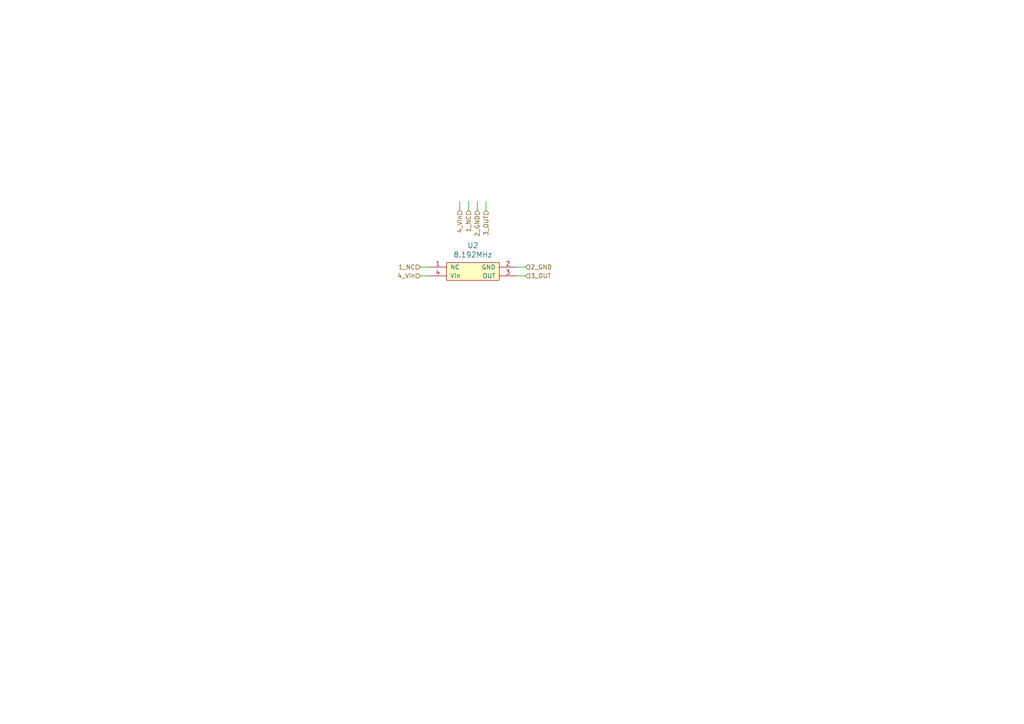
<source format=kicad_sch>
(kicad_sch (version 20230121) (generator eeschema)
  (paper "A4")
  (lib_symbols
    (symbol "FreeEEG32-ads131-rescue:FXO-SM7_OSC-SMD7050_short-fxo-sm7_osc-smd7050" (pin_names (offset 1.016))
      (property "Reference" "U" (at 0 0 0))
      (property "Value" "FXO-SM7_OSC-SMD7050_short-fxo-sm7_osc-smd7050" (at 0 3.81 0))
      (symbol "FXO-SM7_OSC-SMD7050_short-fxo-sm7_osc-smd7050_0_1"
        (rectangle (start 7.62 2.54) (end -7.62 -2.54) (fill (type background)))
      )
      (symbol "FXO-SM7_OSC-SMD7050_short-fxo-sm7_osc-smd7050_1_1"
        (pin input line (at -12.7 1.27 0) (length 5.08) (name "NC") (number "1"))
        (pin power_in line (at 12.7 1.27 180) (length 5.08) (name "GND") (number "2"))
        (pin output line (at 12.7 -1.27 180) (length 5.08) (name "OUT") (number "3"))
        (pin power_in line (at -12.7 -1.27 0) (length 5.08) (name "Vin") (number "4"))
      )
    )
  )
  (wire (pts (xy 140.97 60.96) (xy 140.97 58.42)))
  (wire (pts (xy 121.92 77.47) (xy 124.46 77.47)))
  (wire (pts (xy 121.92 80.01) (xy 124.46 80.01)))
  (wire (pts (xy 152.4 80.01) (xy 149.86 80.01)))
  (wire (pts (xy 152.4 77.47) (xy 149.86 77.47)))
  (wire (pts (xy 138.43 60.96) (xy 138.43 58.42)))
  (wire (pts (xy 133.35 60.96) (xy 133.35 58.42)))
  (wire (pts (xy 135.89 60.96) (xy 135.89 58.42)))
  (hierarchical_label "4_Vin" (shape input) (at 121.92 80.01 180))
  (hierarchical_label "2_GND" (shape input) (at 138.43 60.96 270))
  (hierarchical_label "3_OUT" (shape input) (at 152.4 80.01 0))
  (hierarchical_label "4_Vin" (shape input) (at 133.35 60.96 270))
  (hierarchical_label "3_OUT" (shape input) (at 140.97 60.96 270))
  (hierarchical_label "2_GND" (shape input) (at 152.4 77.47 0))
  (hierarchical_label "1_NC" (shape input) (at 121.92 77.47 180))
  (hierarchical_label "1_NC" (shape input) (at 135.89 60.96 270))
  (symbol (lib_id "FreeEEG32-ads131-rescue:FXO-SM7_OSC-SMD7050_short-fxo-sm7_osc-smd7050") (at 137.16 78.74 0) (unit 1)
    (property "Reference" "U2" (at 137.16 71.1962 0) (effects (font (size 1.524 1.524))))
    (property "Value" "8.192MHz" (at 137.16 73.8886 0) (effects (font (size 1.524 1.524))))
    (property "Footprint" "freeeeg16:Oscillator_SMD_EuroQuartz_XO32-4Pin_3.2x2.5mm_HandSoldering_cut" (effects hide))
    (property "MNP" "ECS-2520MVLC-081.92-CN-TR" (effects hide))
  )
)
</source>
